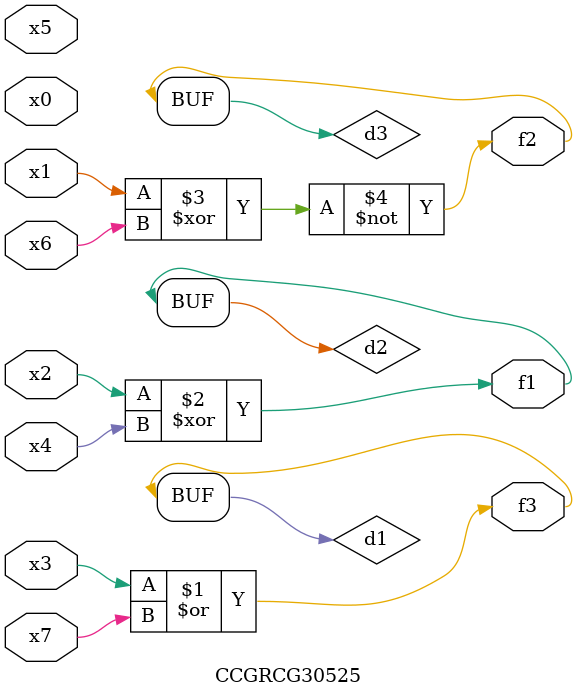
<source format=v>
module CCGRCG30525(
	input x0, x1, x2, x3, x4, x5, x6, x7,
	output f1, f2, f3
);

	wire d1, d2, d3;

	or (d1, x3, x7);
	xor (d2, x2, x4);
	xnor (d3, x1, x6);
	assign f1 = d2;
	assign f2 = d3;
	assign f3 = d1;
endmodule

</source>
